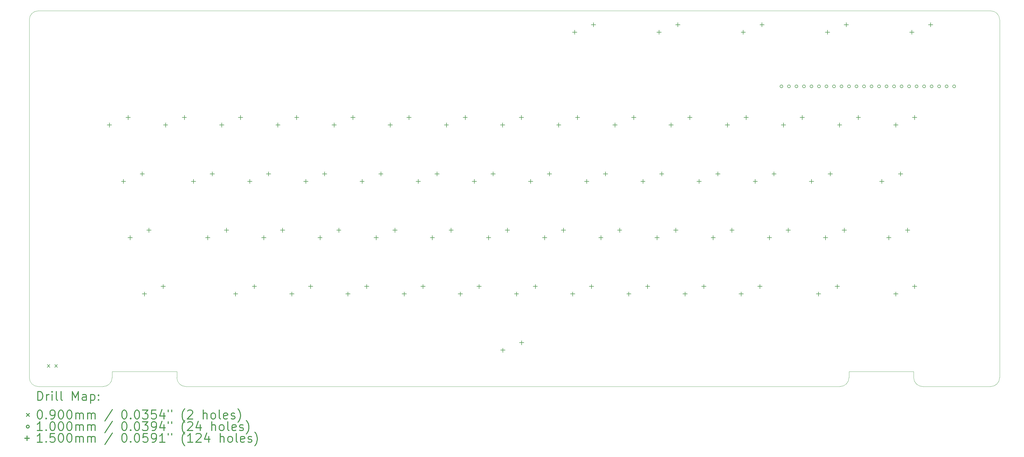
<source format=gbr>
%FSLAX45Y45*%
G04 Gerber Fmt 4.5, Leading zero omitted, Abs format (unit mm)*
G04 Created by KiCad (PCBNEW (5.1.10)-1) date 2021-07-11 17:05:41*
%MOMM*%
%LPD*%
G01*
G04 APERTURE LIST*
%TA.AperFunction,Profile*%
%ADD10C,0.050000*%
%TD*%
%ADD11C,0.200000*%
%ADD12C,0.300000*%
G04 APERTURE END LIST*
D10*
X32500000Y-15016000D02*
X34806000Y-15016000D01*
X32200000Y-14716000D02*
G75*
G03*
X32500000Y-15016000I300000J0D01*
G01*
X30010000Y-14506000D02*
X30010000Y-14716000D01*
X32200000Y-14506000D02*
X32200000Y-14716000D01*
X30010000Y-14506000D02*
X32200000Y-14506000D01*
X30010000Y-14716000D02*
G75*
G02*
X29710000Y-15016000I-300000J0D01*
G01*
X7576000Y-15016000D02*
X29710000Y-15016000D01*
X7276000Y-14506000D02*
X7276000Y-14716000D01*
X7276000Y-14716000D02*
G75*
G03*
X7576000Y-15016000I300000J0D01*
G01*
X5086000Y-14506000D02*
X7276000Y-14506000D01*
X5086000Y-14506000D02*
X5086000Y-14716000D01*
X5086000Y-14716000D02*
G75*
G02*
X4786000Y-15016000I-300000J0D01*
G01*
X2586000Y-15016000D02*
X4786000Y-15016000D01*
X35106000Y-14716000D02*
G75*
G02*
X34806000Y-15016000I-300000J0D01*
G01*
X34806000Y-2286000D02*
G75*
G02*
X35106000Y-2586000I0J-300000D01*
G01*
X2586000Y-15016000D02*
G75*
G02*
X2286000Y-14716000I0J300000D01*
G01*
X2286000Y-2586000D02*
G75*
G02*
X2586000Y-2286000I300000J0D01*
G01*
X35106000Y-2586000D02*
X35106000Y-14716000D01*
X2586000Y-2286000D02*
X34806000Y-2286000D01*
X2286000Y-2586000D02*
X2286000Y-14716000D01*
D11*
X2891000Y-14275000D02*
X2981000Y-14365000D01*
X2981000Y-14275000D02*
X2891000Y-14365000D01*
X3145000Y-14275000D02*
X3235000Y-14365000D01*
X3235000Y-14275000D02*
X3145000Y-14365000D01*
X27775000Y-4845000D02*
G75*
G03*
X27775000Y-4845000I-50000J0D01*
G01*
X28029000Y-4845000D02*
G75*
G03*
X28029000Y-4845000I-50000J0D01*
G01*
X28283000Y-4845000D02*
G75*
G03*
X28283000Y-4845000I-50000J0D01*
G01*
X28537000Y-4845000D02*
G75*
G03*
X28537000Y-4845000I-50000J0D01*
G01*
X28791000Y-4845000D02*
G75*
G03*
X28791000Y-4845000I-50000J0D01*
G01*
X29045000Y-4845000D02*
G75*
G03*
X29045000Y-4845000I-50000J0D01*
G01*
X29299000Y-4845000D02*
G75*
G03*
X29299000Y-4845000I-50000J0D01*
G01*
X29553000Y-4845000D02*
G75*
G03*
X29553000Y-4845000I-50000J0D01*
G01*
X29807000Y-4845000D02*
G75*
G03*
X29807000Y-4845000I-50000J0D01*
G01*
X30061000Y-4845000D02*
G75*
G03*
X30061000Y-4845000I-50000J0D01*
G01*
X30315000Y-4845000D02*
G75*
G03*
X30315000Y-4845000I-50000J0D01*
G01*
X30569000Y-4845000D02*
G75*
G03*
X30569000Y-4845000I-50000J0D01*
G01*
X30823000Y-4845000D02*
G75*
G03*
X30823000Y-4845000I-50000J0D01*
G01*
X31077000Y-4845000D02*
G75*
G03*
X31077000Y-4845000I-50000J0D01*
G01*
X31331000Y-4845000D02*
G75*
G03*
X31331000Y-4845000I-50000J0D01*
G01*
X31585000Y-4845000D02*
G75*
G03*
X31585000Y-4845000I-50000J0D01*
G01*
X31839000Y-4845000D02*
G75*
G03*
X31839000Y-4845000I-50000J0D01*
G01*
X32093000Y-4845000D02*
G75*
G03*
X32093000Y-4845000I-50000J0D01*
G01*
X32347000Y-4845000D02*
G75*
G03*
X32347000Y-4845000I-50000J0D01*
G01*
X32601000Y-4845000D02*
G75*
G03*
X32601000Y-4845000I-50000J0D01*
G01*
X32855000Y-4845000D02*
G75*
G03*
X32855000Y-4845000I-50000J0D01*
G01*
X33109000Y-4845000D02*
G75*
G03*
X33109000Y-4845000I-50000J0D01*
G01*
X33363000Y-4845000D02*
G75*
G03*
X33363000Y-4845000I-50000J0D01*
G01*
X33617000Y-4845000D02*
G75*
G03*
X33617000Y-4845000I-50000J0D01*
G01*
X4995000Y-6077000D02*
X4995000Y-6227000D01*
X4920000Y-6152000D02*
X5070000Y-6152000D01*
X5471000Y-7987000D02*
X5471000Y-8137000D01*
X5396000Y-8062000D02*
X5546000Y-8062000D01*
X5630000Y-5823000D02*
X5630000Y-5973000D01*
X5555000Y-5898000D02*
X5705000Y-5898000D01*
X5699000Y-9894000D02*
X5699000Y-10044000D01*
X5624000Y-9969000D02*
X5774000Y-9969000D01*
X6106000Y-7733000D02*
X6106000Y-7883000D01*
X6031000Y-7808000D02*
X6181000Y-7808000D01*
X6180000Y-11804000D02*
X6180000Y-11954000D01*
X6105000Y-11879000D02*
X6255000Y-11879000D01*
X6334000Y-9640000D02*
X6334000Y-9790000D01*
X6259000Y-9715000D02*
X6409000Y-9715000D01*
X6815000Y-11550000D02*
X6815000Y-11700000D01*
X6740000Y-11625000D02*
X6890000Y-11625000D01*
X6895000Y-6077000D02*
X6895000Y-6227000D01*
X6820000Y-6152000D02*
X6970000Y-6152000D01*
X7530000Y-5823000D02*
X7530000Y-5973000D01*
X7455000Y-5898000D02*
X7605000Y-5898000D01*
X7841000Y-7987000D02*
X7841000Y-8137000D01*
X7766000Y-8062000D02*
X7916000Y-8062000D01*
X8319000Y-9894000D02*
X8319000Y-10044000D01*
X8244000Y-9969000D02*
X8394000Y-9969000D01*
X8476000Y-7733000D02*
X8476000Y-7883000D01*
X8401000Y-7808000D02*
X8551000Y-7808000D01*
X8795000Y-6077000D02*
X8795000Y-6227000D01*
X8720000Y-6152000D02*
X8870000Y-6152000D01*
X8954000Y-9640000D02*
X8954000Y-9790000D01*
X8879000Y-9715000D02*
X9029000Y-9715000D01*
X9265000Y-11804000D02*
X9265000Y-11954000D01*
X9190000Y-11879000D02*
X9340000Y-11879000D01*
X9430000Y-5823000D02*
X9430000Y-5973000D01*
X9355000Y-5898000D02*
X9505000Y-5898000D01*
X9741000Y-7987000D02*
X9741000Y-8137000D01*
X9666000Y-8062000D02*
X9816000Y-8062000D01*
X9900000Y-11550000D02*
X9900000Y-11700000D01*
X9825000Y-11625000D02*
X9975000Y-11625000D01*
X10219000Y-9894000D02*
X10219000Y-10044000D01*
X10144000Y-9969000D02*
X10294000Y-9969000D01*
X10376000Y-7733000D02*
X10376000Y-7883000D01*
X10301000Y-7808000D02*
X10451000Y-7808000D01*
X10695000Y-6077000D02*
X10695000Y-6227000D01*
X10620000Y-6152000D02*
X10770000Y-6152000D01*
X10854000Y-9640000D02*
X10854000Y-9790000D01*
X10779000Y-9715000D02*
X10929000Y-9715000D01*
X11165000Y-11804000D02*
X11165000Y-11954000D01*
X11090000Y-11879000D02*
X11240000Y-11879000D01*
X11330000Y-5823000D02*
X11330000Y-5973000D01*
X11255000Y-5898000D02*
X11405000Y-5898000D01*
X11641000Y-7987000D02*
X11641000Y-8137000D01*
X11566000Y-8062000D02*
X11716000Y-8062000D01*
X11800000Y-11550000D02*
X11800000Y-11700000D01*
X11725000Y-11625000D02*
X11875000Y-11625000D01*
X12119000Y-9894000D02*
X12119000Y-10044000D01*
X12044000Y-9969000D02*
X12194000Y-9969000D01*
X12276000Y-7733000D02*
X12276000Y-7883000D01*
X12201000Y-7808000D02*
X12351000Y-7808000D01*
X12595000Y-6077000D02*
X12595000Y-6227000D01*
X12520000Y-6152000D02*
X12670000Y-6152000D01*
X12754000Y-9640000D02*
X12754000Y-9790000D01*
X12679000Y-9715000D02*
X12829000Y-9715000D01*
X13065000Y-11804000D02*
X13065000Y-11954000D01*
X12990000Y-11879000D02*
X13140000Y-11879000D01*
X13230000Y-5823000D02*
X13230000Y-5973000D01*
X13155000Y-5898000D02*
X13305000Y-5898000D01*
X13541000Y-7987000D02*
X13541000Y-8137000D01*
X13466000Y-8062000D02*
X13616000Y-8062000D01*
X13700000Y-11550000D02*
X13700000Y-11700000D01*
X13625000Y-11625000D02*
X13775000Y-11625000D01*
X14019000Y-9894000D02*
X14019000Y-10044000D01*
X13944000Y-9969000D02*
X14094000Y-9969000D01*
X14176000Y-7733000D02*
X14176000Y-7883000D01*
X14101000Y-7808000D02*
X14251000Y-7808000D01*
X14495000Y-6077000D02*
X14495000Y-6227000D01*
X14420000Y-6152000D02*
X14570000Y-6152000D01*
X14654000Y-9640000D02*
X14654000Y-9790000D01*
X14579000Y-9715000D02*
X14729000Y-9715000D01*
X14965000Y-11804000D02*
X14965000Y-11954000D01*
X14890000Y-11879000D02*
X15040000Y-11879000D01*
X15130000Y-5823000D02*
X15130000Y-5973000D01*
X15055000Y-5898000D02*
X15205000Y-5898000D01*
X15441000Y-7987000D02*
X15441000Y-8137000D01*
X15366000Y-8062000D02*
X15516000Y-8062000D01*
X15600000Y-11550000D02*
X15600000Y-11700000D01*
X15525000Y-11625000D02*
X15675000Y-11625000D01*
X15919000Y-9894000D02*
X15919000Y-10044000D01*
X15844000Y-9969000D02*
X15994000Y-9969000D01*
X16076000Y-7733000D02*
X16076000Y-7883000D01*
X16001000Y-7808000D02*
X16151000Y-7808000D01*
X16395000Y-6077000D02*
X16395000Y-6227000D01*
X16320000Y-6152000D02*
X16470000Y-6152000D01*
X16554000Y-9640000D02*
X16554000Y-9790000D01*
X16479000Y-9715000D02*
X16629000Y-9715000D01*
X16865000Y-11804000D02*
X16865000Y-11954000D01*
X16790000Y-11879000D02*
X16940000Y-11879000D01*
X17030000Y-5823000D02*
X17030000Y-5973000D01*
X16955000Y-5898000D02*
X17105000Y-5898000D01*
X17341000Y-7987000D02*
X17341000Y-8137000D01*
X17266000Y-8062000D02*
X17416000Y-8062000D01*
X17500000Y-11550000D02*
X17500000Y-11700000D01*
X17425000Y-11625000D02*
X17575000Y-11625000D01*
X17819000Y-9894000D02*
X17819000Y-10044000D01*
X17744000Y-9969000D02*
X17894000Y-9969000D01*
X17976000Y-7733000D02*
X17976000Y-7883000D01*
X17901000Y-7808000D02*
X18051000Y-7808000D01*
X18295000Y-6077000D02*
X18295000Y-6227000D01*
X18220000Y-6152000D02*
X18370000Y-6152000D01*
X18305000Y-13709000D02*
X18305000Y-13859000D01*
X18230000Y-13784000D02*
X18380000Y-13784000D01*
X18454000Y-9640000D02*
X18454000Y-9790000D01*
X18379000Y-9715000D02*
X18529000Y-9715000D01*
X18765000Y-11804000D02*
X18765000Y-11954000D01*
X18690000Y-11879000D02*
X18840000Y-11879000D01*
X18930000Y-5823000D02*
X18930000Y-5973000D01*
X18855000Y-5898000D02*
X19005000Y-5898000D01*
X18940000Y-13455000D02*
X18940000Y-13605000D01*
X18865000Y-13530000D02*
X19015000Y-13530000D01*
X19241000Y-7987000D02*
X19241000Y-8137000D01*
X19166000Y-8062000D02*
X19316000Y-8062000D01*
X19400000Y-11550000D02*
X19400000Y-11700000D01*
X19325000Y-11625000D02*
X19475000Y-11625000D01*
X19719000Y-9894000D02*
X19719000Y-10044000D01*
X19644000Y-9969000D02*
X19794000Y-9969000D01*
X19876000Y-7733000D02*
X19876000Y-7883000D01*
X19801000Y-7808000D02*
X19951000Y-7808000D01*
X20195000Y-6077000D02*
X20195000Y-6227000D01*
X20120000Y-6152000D02*
X20270000Y-6152000D01*
X20354000Y-9640000D02*
X20354000Y-9790000D01*
X20279000Y-9715000D02*
X20429000Y-9715000D01*
X20665000Y-11804000D02*
X20665000Y-11954000D01*
X20590000Y-11879000D02*
X20740000Y-11879000D01*
X20735000Y-2932000D02*
X20735000Y-3082000D01*
X20660000Y-3007000D02*
X20810000Y-3007000D01*
X20830000Y-5823000D02*
X20830000Y-5973000D01*
X20755000Y-5898000D02*
X20905000Y-5898000D01*
X21141000Y-7987000D02*
X21141000Y-8137000D01*
X21066000Y-8062000D02*
X21216000Y-8062000D01*
X21300000Y-11550000D02*
X21300000Y-11700000D01*
X21225000Y-11625000D02*
X21375000Y-11625000D01*
X21370000Y-2678000D02*
X21370000Y-2828000D01*
X21295000Y-2753000D02*
X21445000Y-2753000D01*
X21619000Y-9894000D02*
X21619000Y-10044000D01*
X21544000Y-9969000D02*
X21694000Y-9969000D01*
X21776000Y-7733000D02*
X21776000Y-7883000D01*
X21701000Y-7808000D02*
X21851000Y-7808000D01*
X22095000Y-6077000D02*
X22095000Y-6227000D01*
X22020000Y-6152000D02*
X22170000Y-6152000D01*
X22254000Y-9640000D02*
X22254000Y-9790000D01*
X22179000Y-9715000D02*
X22329000Y-9715000D01*
X22565000Y-11804000D02*
X22565000Y-11954000D01*
X22490000Y-11879000D02*
X22640000Y-11879000D01*
X22730000Y-5823000D02*
X22730000Y-5973000D01*
X22655000Y-5898000D02*
X22805000Y-5898000D01*
X23041000Y-7987000D02*
X23041000Y-8137000D01*
X22966000Y-8062000D02*
X23116000Y-8062000D01*
X23200000Y-11550000D02*
X23200000Y-11700000D01*
X23125000Y-11625000D02*
X23275000Y-11625000D01*
X23519000Y-9894000D02*
X23519000Y-10044000D01*
X23444000Y-9969000D02*
X23594000Y-9969000D01*
X23585000Y-2932000D02*
X23585000Y-3082000D01*
X23510000Y-3007000D02*
X23660000Y-3007000D01*
X23676000Y-7733000D02*
X23676000Y-7883000D01*
X23601000Y-7808000D02*
X23751000Y-7808000D01*
X23995000Y-6077000D02*
X23995000Y-6227000D01*
X23920000Y-6152000D02*
X24070000Y-6152000D01*
X24154000Y-9640000D02*
X24154000Y-9790000D01*
X24079000Y-9715000D02*
X24229000Y-9715000D01*
X24220000Y-2678000D02*
X24220000Y-2828000D01*
X24145000Y-2753000D02*
X24295000Y-2753000D01*
X24465000Y-11804000D02*
X24465000Y-11954000D01*
X24390000Y-11879000D02*
X24540000Y-11879000D01*
X24630000Y-5823000D02*
X24630000Y-5973000D01*
X24555000Y-5898000D02*
X24705000Y-5898000D01*
X24941000Y-7987000D02*
X24941000Y-8137000D01*
X24866000Y-8062000D02*
X25016000Y-8062000D01*
X25100000Y-11550000D02*
X25100000Y-11700000D01*
X25025000Y-11625000D02*
X25175000Y-11625000D01*
X25419000Y-9894000D02*
X25419000Y-10044000D01*
X25344000Y-9969000D02*
X25494000Y-9969000D01*
X25576000Y-7733000D02*
X25576000Y-7883000D01*
X25501000Y-7808000D02*
X25651000Y-7808000D01*
X25895000Y-6077000D02*
X25895000Y-6227000D01*
X25820000Y-6152000D02*
X25970000Y-6152000D01*
X26054000Y-9640000D02*
X26054000Y-9790000D01*
X25979000Y-9715000D02*
X26129000Y-9715000D01*
X26365000Y-11804000D02*
X26365000Y-11954000D01*
X26290000Y-11879000D02*
X26440000Y-11879000D01*
X26435000Y-2932000D02*
X26435000Y-3082000D01*
X26360000Y-3007000D02*
X26510000Y-3007000D01*
X26530000Y-5823000D02*
X26530000Y-5973000D01*
X26455000Y-5898000D02*
X26605000Y-5898000D01*
X26841000Y-7987000D02*
X26841000Y-8137000D01*
X26766000Y-8062000D02*
X26916000Y-8062000D01*
X27000000Y-11550000D02*
X27000000Y-11700000D01*
X26925000Y-11625000D02*
X27075000Y-11625000D01*
X27070000Y-2678000D02*
X27070000Y-2828000D01*
X26995000Y-2753000D02*
X27145000Y-2753000D01*
X27319000Y-9894000D02*
X27319000Y-10044000D01*
X27244000Y-9969000D02*
X27394000Y-9969000D01*
X27476000Y-7733000D02*
X27476000Y-7883000D01*
X27401000Y-7808000D02*
X27551000Y-7808000D01*
X27795000Y-6077000D02*
X27795000Y-6227000D01*
X27720000Y-6152000D02*
X27870000Y-6152000D01*
X27954000Y-9640000D02*
X27954000Y-9790000D01*
X27879000Y-9715000D02*
X28029000Y-9715000D01*
X28430000Y-5823000D02*
X28430000Y-5973000D01*
X28355000Y-5898000D02*
X28505000Y-5898000D01*
X28741000Y-7987000D02*
X28741000Y-8137000D01*
X28666000Y-8062000D02*
X28816000Y-8062000D01*
X28977500Y-11804000D02*
X28977500Y-11954000D01*
X28902500Y-11879000D02*
X29052500Y-11879000D01*
X29219000Y-9894000D02*
X29219000Y-10044000D01*
X29144000Y-9969000D02*
X29294000Y-9969000D01*
X29285000Y-2932000D02*
X29285000Y-3082000D01*
X29210000Y-3007000D02*
X29360000Y-3007000D01*
X29376000Y-7733000D02*
X29376000Y-7883000D01*
X29301000Y-7808000D02*
X29451000Y-7808000D01*
X29612500Y-11550000D02*
X29612500Y-11700000D01*
X29537500Y-11625000D02*
X29687500Y-11625000D01*
X29695000Y-6077000D02*
X29695000Y-6227000D01*
X29620000Y-6152000D02*
X29770000Y-6152000D01*
X29854000Y-9640000D02*
X29854000Y-9790000D01*
X29779000Y-9715000D02*
X29929000Y-9715000D01*
X29920000Y-2678000D02*
X29920000Y-2828000D01*
X29845000Y-2753000D02*
X29995000Y-2753000D01*
X30330000Y-5823000D02*
X30330000Y-5973000D01*
X30255000Y-5898000D02*
X30405000Y-5898000D01*
X31121000Y-7987000D02*
X31121000Y-8137000D01*
X31046000Y-8062000D02*
X31196000Y-8062000D01*
X31359000Y-9894000D02*
X31359000Y-10044000D01*
X31284000Y-9969000D02*
X31434000Y-9969000D01*
X31595000Y-6077000D02*
X31595000Y-6227000D01*
X31520000Y-6152000D02*
X31670000Y-6152000D01*
X31595000Y-11804000D02*
X31595000Y-11954000D01*
X31520000Y-11879000D02*
X31670000Y-11879000D01*
X31756000Y-7733000D02*
X31756000Y-7883000D01*
X31681000Y-7808000D02*
X31831000Y-7808000D01*
X31994000Y-9640000D02*
X31994000Y-9790000D01*
X31919000Y-9715000D02*
X32069000Y-9715000D01*
X32135000Y-2932000D02*
X32135000Y-3082000D01*
X32060000Y-3007000D02*
X32210000Y-3007000D01*
X32230000Y-5823000D02*
X32230000Y-5973000D01*
X32155000Y-5898000D02*
X32305000Y-5898000D01*
X32230000Y-11550000D02*
X32230000Y-11700000D01*
X32155000Y-11625000D02*
X32305000Y-11625000D01*
X32770000Y-2678000D02*
X32770000Y-2828000D01*
X32695000Y-2753000D02*
X32845000Y-2753000D01*
D12*
X2569928Y-15484214D02*
X2569928Y-15184214D01*
X2641357Y-15184214D01*
X2684214Y-15198500D01*
X2712786Y-15227071D01*
X2727071Y-15255643D01*
X2741357Y-15312786D01*
X2741357Y-15355643D01*
X2727071Y-15412786D01*
X2712786Y-15441357D01*
X2684214Y-15469929D01*
X2641357Y-15484214D01*
X2569928Y-15484214D01*
X2869928Y-15484214D02*
X2869928Y-15284214D01*
X2869928Y-15341357D02*
X2884214Y-15312786D01*
X2898500Y-15298500D01*
X2927071Y-15284214D01*
X2955643Y-15284214D01*
X3055643Y-15484214D02*
X3055643Y-15284214D01*
X3055643Y-15184214D02*
X3041357Y-15198500D01*
X3055643Y-15212786D01*
X3069928Y-15198500D01*
X3055643Y-15184214D01*
X3055643Y-15212786D01*
X3241357Y-15484214D02*
X3212786Y-15469929D01*
X3198500Y-15441357D01*
X3198500Y-15184214D01*
X3398500Y-15484214D02*
X3369928Y-15469929D01*
X3355643Y-15441357D01*
X3355643Y-15184214D01*
X3741357Y-15484214D02*
X3741357Y-15184214D01*
X3841357Y-15398500D01*
X3941357Y-15184214D01*
X3941357Y-15484214D01*
X4212786Y-15484214D02*
X4212786Y-15327071D01*
X4198500Y-15298500D01*
X4169928Y-15284214D01*
X4112786Y-15284214D01*
X4084214Y-15298500D01*
X4212786Y-15469929D02*
X4184214Y-15484214D01*
X4112786Y-15484214D01*
X4084214Y-15469929D01*
X4069928Y-15441357D01*
X4069928Y-15412786D01*
X4084214Y-15384214D01*
X4112786Y-15369929D01*
X4184214Y-15369929D01*
X4212786Y-15355643D01*
X4355643Y-15284214D02*
X4355643Y-15584214D01*
X4355643Y-15298500D02*
X4384214Y-15284214D01*
X4441357Y-15284214D01*
X4469928Y-15298500D01*
X4484214Y-15312786D01*
X4498500Y-15341357D01*
X4498500Y-15427071D01*
X4484214Y-15455643D01*
X4469928Y-15469929D01*
X4441357Y-15484214D01*
X4384214Y-15484214D01*
X4355643Y-15469929D01*
X4627071Y-15455643D02*
X4641357Y-15469929D01*
X4627071Y-15484214D01*
X4612786Y-15469929D01*
X4627071Y-15455643D01*
X4627071Y-15484214D01*
X4627071Y-15298500D02*
X4641357Y-15312786D01*
X4627071Y-15327071D01*
X4612786Y-15312786D01*
X4627071Y-15298500D01*
X4627071Y-15327071D01*
X2193500Y-15933500D02*
X2283500Y-16023500D01*
X2283500Y-15933500D02*
X2193500Y-16023500D01*
X2627071Y-15814214D02*
X2655643Y-15814214D01*
X2684214Y-15828500D01*
X2698500Y-15842786D01*
X2712786Y-15871357D01*
X2727071Y-15928500D01*
X2727071Y-15999929D01*
X2712786Y-16057071D01*
X2698500Y-16085643D01*
X2684214Y-16099929D01*
X2655643Y-16114214D01*
X2627071Y-16114214D01*
X2598500Y-16099929D01*
X2584214Y-16085643D01*
X2569928Y-16057071D01*
X2555643Y-15999929D01*
X2555643Y-15928500D01*
X2569928Y-15871357D01*
X2584214Y-15842786D01*
X2598500Y-15828500D01*
X2627071Y-15814214D01*
X2855643Y-16085643D02*
X2869928Y-16099929D01*
X2855643Y-16114214D01*
X2841357Y-16099929D01*
X2855643Y-16085643D01*
X2855643Y-16114214D01*
X3012786Y-16114214D02*
X3069928Y-16114214D01*
X3098500Y-16099929D01*
X3112786Y-16085643D01*
X3141357Y-16042786D01*
X3155643Y-15985643D01*
X3155643Y-15871357D01*
X3141357Y-15842786D01*
X3127071Y-15828500D01*
X3098500Y-15814214D01*
X3041357Y-15814214D01*
X3012786Y-15828500D01*
X2998500Y-15842786D01*
X2984214Y-15871357D01*
X2984214Y-15942786D01*
X2998500Y-15971357D01*
X3012786Y-15985643D01*
X3041357Y-15999929D01*
X3098500Y-15999929D01*
X3127071Y-15985643D01*
X3141357Y-15971357D01*
X3155643Y-15942786D01*
X3341357Y-15814214D02*
X3369928Y-15814214D01*
X3398500Y-15828500D01*
X3412786Y-15842786D01*
X3427071Y-15871357D01*
X3441357Y-15928500D01*
X3441357Y-15999929D01*
X3427071Y-16057071D01*
X3412786Y-16085643D01*
X3398500Y-16099929D01*
X3369928Y-16114214D01*
X3341357Y-16114214D01*
X3312786Y-16099929D01*
X3298500Y-16085643D01*
X3284214Y-16057071D01*
X3269928Y-15999929D01*
X3269928Y-15928500D01*
X3284214Y-15871357D01*
X3298500Y-15842786D01*
X3312786Y-15828500D01*
X3341357Y-15814214D01*
X3627071Y-15814214D02*
X3655643Y-15814214D01*
X3684214Y-15828500D01*
X3698500Y-15842786D01*
X3712786Y-15871357D01*
X3727071Y-15928500D01*
X3727071Y-15999929D01*
X3712786Y-16057071D01*
X3698500Y-16085643D01*
X3684214Y-16099929D01*
X3655643Y-16114214D01*
X3627071Y-16114214D01*
X3598500Y-16099929D01*
X3584214Y-16085643D01*
X3569928Y-16057071D01*
X3555643Y-15999929D01*
X3555643Y-15928500D01*
X3569928Y-15871357D01*
X3584214Y-15842786D01*
X3598500Y-15828500D01*
X3627071Y-15814214D01*
X3855643Y-16114214D02*
X3855643Y-15914214D01*
X3855643Y-15942786D02*
X3869928Y-15928500D01*
X3898500Y-15914214D01*
X3941357Y-15914214D01*
X3969928Y-15928500D01*
X3984214Y-15957071D01*
X3984214Y-16114214D01*
X3984214Y-15957071D02*
X3998500Y-15928500D01*
X4027071Y-15914214D01*
X4069928Y-15914214D01*
X4098500Y-15928500D01*
X4112786Y-15957071D01*
X4112786Y-16114214D01*
X4255643Y-16114214D02*
X4255643Y-15914214D01*
X4255643Y-15942786D02*
X4269928Y-15928500D01*
X4298500Y-15914214D01*
X4341357Y-15914214D01*
X4369928Y-15928500D01*
X4384214Y-15957071D01*
X4384214Y-16114214D01*
X4384214Y-15957071D02*
X4398500Y-15928500D01*
X4427071Y-15914214D01*
X4469928Y-15914214D01*
X4498500Y-15928500D01*
X4512786Y-15957071D01*
X4512786Y-16114214D01*
X5098500Y-15799929D02*
X4841357Y-16185643D01*
X5484214Y-15814214D02*
X5512786Y-15814214D01*
X5541357Y-15828500D01*
X5555643Y-15842786D01*
X5569928Y-15871357D01*
X5584214Y-15928500D01*
X5584214Y-15999929D01*
X5569928Y-16057071D01*
X5555643Y-16085643D01*
X5541357Y-16099929D01*
X5512786Y-16114214D01*
X5484214Y-16114214D01*
X5455643Y-16099929D01*
X5441357Y-16085643D01*
X5427071Y-16057071D01*
X5412786Y-15999929D01*
X5412786Y-15928500D01*
X5427071Y-15871357D01*
X5441357Y-15842786D01*
X5455643Y-15828500D01*
X5484214Y-15814214D01*
X5712786Y-16085643D02*
X5727071Y-16099929D01*
X5712786Y-16114214D01*
X5698500Y-16099929D01*
X5712786Y-16085643D01*
X5712786Y-16114214D01*
X5912786Y-15814214D02*
X5941357Y-15814214D01*
X5969928Y-15828500D01*
X5984214Y-15842786D01*
X5998500Y-15871357D01*
X6012786Y-15928500D01*
X6012786Y-15999929D01*
X5998500Y-16057071D01*
X5984214Y-16085643D01*
X5969928Y-16099929D01*
X5941357Y-16114214D01*
X5912786Y-16114214D01*
X5884214Y-16099929D01*
X5869928Y-16085643D01*
X5855643Y-16057071D01*
X5841357Y-15999929D01*
X5841357Y-15928500D01*
X5855643Y-15871357D01*
X5869928Y-15842786D01*
X5884214Y-15828500D01*
X5912786Y-15814214D01*
X6112786Y-15814214D02*
X6298500Y-15814214D01*
X6198500Y-15928500D01*
X6241357Y-15928500D01*
X6269928Y-15942786D01*
X6284214Y-15957071D01*
X6298500Y-15985643D01*
X6298500Y-16057071D01*
X6284214Y-16085643D01*
X6269928Y-16099929D01*
X6241357Y-16114214D01*
X6155643Y-16114214D01*
X6127071Y-16099929D01*
X6112786Y-16085643D01*
X6569928Y-15814214D02*
X6427071Y-15814214D01*
X6412786Y-15957071D01*
X6427071Y-15942786D01*
X6455643Y-15928500D01*
X6527071Y-15928500D01*
X6555643Y-15942786D01*
X6569928Y-15957071D01*
X6584214Y-15985643D01*
X6584214Y-16057071D01*
X6569928Y-16085643D01*
X6555643Y-16099929D01*
X6527071Y-16114214D01*
X6455643Y-16114214D01*
X6427071Y-16099929D01*
X6412786Y-16085643D01*
X6841357Y-15914214D02*
X6841357Y-16114214D01*
X6769928Y-15799929D02*
X6698500Y-16014214D01*
X6884214Y-16014214D01*
X6984214Y-15814214D02*
X6984214Y-15871357D01*
X7098500Y-15814214D02*
X7098500Y-15871357D01*
X7541357Y-16228500D02*
X7527071Y-16214214D01*
X7498500Y-16171357D01*
X7484214Y-16142786D01*
X7469928Y-16099929D01*
X7455643Y-16028500D01*
X7455643Y-15971357D01*
X7469928Y-15899929D01*
X7484214Y-15857071D01*
X7498500Y-15828500D01*
X7527071Y-15785643D01*
X7541357Y-15771357D01*
X7641357Y-15842786D02*
X7655643Y-15828500D01*
X7684214Y-15814214D01*
X7755643Y-15814214D01*
X7784214Y-15828500D01*
X7798500Y-15842786D01*
X7812786Y-15871357D01*
X7812786Y-15899929D01*
X7798500Y-15942786D01*
X7627071Y-16114214D01*
X7812786Y-16114214D01*
X8169928Y-16114214D02*
X8169928Y-15814214D01*
X8298500Y-16114214D02*
X8298500Y-15957071D01*
X8284214Y-15928500D01*
X8255643Y-15914214D01*
X8212786Y-15914214D01*
X8184214Y-15928500D01*
X8169928Y-15942786D01*
X8484214Y-16114214D02*
X8455643Y-16099929D01*
X8441357Y-16085643D01*
X8427071Y-16057071D01*
X8427071Y-15971357D01*
X8441357Y-15942786D01*
X8455643Y-15928500D01*
X8484214Y-15914214D01*
X8527071Y-15914214D01*
X8555643Y-15928500D01*
X8569928Y-15942786D01*
X8584214Y-15971357D01*
X8584214Y-16057071D01*
X8569928Y-16085643D01*
X8555643Y-16099929D01*
X8527071Y-16114214D01*
X8484214Y-16114214D01*
X8755643Y-16114214D02*
X8727071Y-16099929D01*
X8712786Y-16071357D01*
X8712786Y-15814214D01*
X8984214Y-16099929D02*
X8955643Y-16114214D01*
X8898500Y-16114214D01*
X8869928Y-16099929D01*
X8855643Y-16071357D01*
X8855643Y-15957071D01*
X8869928Y-15928500D01*
X8898500Y-15914214D01*
X8955643Y-15914214D01*
X8984214Y-15928500D01*
X8998500Y-15957071D01*
X8998500Y-15985643D01*
X8855643Y-16014214D01*
X9112786Y-16099929D02*
X9141357Y-16114214D01*
X9198500Y-16114214D01*
X9227071Y-16099929D01*
X9241357Y-16071357D01*
X9241357Y-16057071D01*
X9227071Y-16028500D01*
X9198500Y-16014214D01*
X9155643Y-16014214D01*
X9127071Y-15999929D01*
X9112786Y-15971357D01*
X9112786Y-15957071D01*
X9127071Y-15928500D01*
X9155643Y-15914214D01*
X9198500Y-15914214D01*
X9227071Y-15928500D01*
X9341357Y-16228500D02*
X9355643Y-16214214D01*
X9384214Y-16171357D01*
X9398500Y-16142786D01*
X9412786Y-16099929D01*
X9427071Y-16028500D01*
X9427071Y-15971357D01*
X9412786Y-15899929D01*
X9398500Y-15857071D01*
X9384214Y-15828500D01*
X9355643Y-15785643D01*
X9341357Y-15771357D01*
X2283500Y-16374500D02*
G75*
G03*
X2283500Y-16374500I-50000J0D01*
G01*
X2727071Y-16510214D02*
X2555643Y-16510214D01*
X2641357Y-16510214D02*
X2641357Y-16210214D01*
X2612786Y-16253071D01*
X2584214Y-16281643D01*
X2555643Y-16295929D01*
X2855643Y-16481643D02*
X2869928Y-16495929D01*
X2855643Y-16510214D01*
X2841357Y-16495929D01*
X2855643Y-16481643D01*
X2855643Y-16510214D01*
X3055643Y-16210214D02*
X3084214Y-16210214D01*
X3112786Y-16224500D01*
X3127071Y-16238786D01*
X3141357Y-16267357D01*
X3155643Y-16324500D01*
X3155643Y-16395929D01*
X3141357Y-16453071D01*
X3127071Y-16481643D01*
X3112786Y-16495929D01*
X3084214Y-16510214D01*
X3055643Y-16510214D01*
X3027071Y-16495929D01*
X3012786Y-16481643D01*
X2998500Y-16453071D01*
X2984214Y-16395929D01*
X2984214Y-16324500D01*
X2998500Y-16267357D01*
X3012786Y-16238786D01*
X3027071Y-16224500D01*
X3055643Y-16210214D01*
X3341357Y-16210214D02*
X3369928Y-16210214D01*
X3398500Y-16224500D01*
X3412786Y-16238786D01*
X3427071Y-16267357D01*
X3441357Y-16324500D01*
X3441357Y-16395929D01*
X3427071Y-16453071D01*
X3412786Y-16481643D01*
X3398500Y-16495929D01*
X3369928Y-16510214D01*
X3341357Y-16510214D01*
X3312786Y-16495929D01*
X3298500Y-16481643D01*
X3284214Y-16453071D01*
X3269928Y-16395929D01*
X3269928Y-16324500D01*
X3284214Y-16267357D01*
X3298500Y-16238786D01*
X3312786Y-16224500D01*
X3341357Y-16210214D01*
X3627071Y-16210214D02*
X3655643Y-16210214D01*
X3684214Y-16224500D01*
X3698500Y-16238786D01*
X3712786Y-16267357D01*
X3727071Y-16324500D01*
X3727071Y-16395929D01*
X3712786Y-16453071D01*
X3698500Y-16481643D01*
X3684214Y-16495929D01*
X3655643Y-16510214D01*
X3627071Y-16510214D01*
X3598500Y-16495929D01*
X3584214Y-16481643D01*
X3569928Y-16453071D01*
X3555643Y-16395929D01*
X3555643Y-16324500D01*
X3569928Y-16267357D01*
X3584214Y-16238786D01*
X3598500Y-16224500D01*
X3627071Y-16210214D01*
X3855643Y-16510214D02*
X3855643Y-16310214D01*
X3855643Y-16338786D02*
X3869928Y-16324500D01*
X3898500Y-16310214D01*
X3941357Y-16310214D01*
X3969928Y-16324500D01*
X3984214Y-16353071D01*
X3984214Y-16510214D01*
X3984214Y-16353071D02*
X3998500Y-16324500D01*
X4027071Y-16310214D01*
X4069928Y-16310214D01*
X4098500Y-16324500D01*
X4112786Y-16353071D01*
X4112786Y-16510214D01*
X4255643Y-16510214D02*
X4255643Y-16310214D01*
X4255643Y-16338786D02*
X4269928Y-16324500D01*
X4298500Y-16310214D01*
X4341357Y-16310214D01*
X4369928Y-16324500D01*
X4384214Y-16353071D01*
X4384214Y-16510214D01*
X4384214Y-16353071D02*
X4398500Y-16324500D01*
X4427071Y-16310214D01*
X4469928Y-16310214D01*
X4498500Y-16324500D01*
X4512786Y-16353071D01*
X4512786Y-16510214D01*
X5098500Y-16195929D02*
X4841357Y-16581643D01*
X5484214Y-16210214D02*
X5512786Y-16210214D01*
X5541357Y-16224500D01*
X5555643Y-16238786D01*
X5569928Y-16267357D01*
X5584214Y-16324500D01*
X5584214Y-16395929D01*
X5569928Y-16453071D01*
X5555643Y-16481643D01*
X5541357Y-16495929D01*
X5512786Y-16510214D01*
X5484214Y-16510214D01*
X5455643Y-16495929D01*
X5441357Y-16481643D01*
X5427071Y-16453071D01*
X5412786Y-16395929D01*
X5412786Y-16324500D01*
X5427071Y-16267357D01*
X5441357Y-16238786D01*
X5455643Y-16224500D01*
X5484214Y-16210214D01*
X5712786Y-16481643D02*
X5727071Y-16495929D01*
X5712786Y-16510214D01*
X5698500Y-16495929D01*
X5712786Y-16481643D01*
X5712786Y-16510214D01*
X5912786Y-16210214D02*
X5941357Y-16210214D01*
X5969928Y-16224500D01*
X5984214Y-16238786D01*
X5998500Y-16267357D01*
X6012786Y-16324500D01*
X6012786Y-16395929D01*
X5998500Y-16453071D01*
X5984214Y-16481643D01*
X5969928Y-16495929D01*
X5941357Y-16510214D01*
X5912786Y-16510214D01*
X5884214Y-16495929D01*
X5869928Y-16481643D01*
X5855643Y-16453071D01*
X5841357Y-16395929D01*
X5841357Y-16324500D01*
X5855643Y-16267357D01*
X5869928Y-16238786D01*
X5884214Y-16224500D01*
X5912786Y-16210214D01*
X6112786Y-16210214D02*
X6298500Y-16210214D01*
X6198500Y-16324500D01*
X6241357Y-16324500D01*
X6269928Y-16338786D01*
X6284214Y-16353071D01*
X6298500Y-16381643D01*
X6298500Y-16453071D01*
X6284214Y-16481643D01*
X6269928Y-16495929D01*
X6241357Y-16510214D01*
X6155643Y-16510214D01*
X6127071Y-16495929D01*
X6112786Y-16481643D01*
X6441357Y-16510214D02*
X6498500Y-16510214D01*
X6527071Y-16495929D01*
X6541357Y-16481643D01*
X6569928Y-16438786D01*
X6584214Y-16381643D01*
X6584214Y-16267357D01*
X6569928Y-16238786D01*
X6555643Y-16224500D01*
X6527071Y-16210214D01*
X6469928Y-16210214D01*
X6441357Y-16224500D01*
X6427071Y-16238786D01*
X6412786Y-16267357D01*
X6412786Y-16338786D01*
X6427071Y-16367357D01*
X6441357Y-16381643D01*
X6469928Y-16395929D01*
X6527071Y-16395929D01*
X6555643Y-16381643D01*
X6569928Y-16367357D01*
X6584214Y-16338786D01*
X6841357Y-16310214D02*
X6841357Y-16510214D01*
X6769928Y-16195929D02*
X6698500Y-16410214D01*
X6884214Y-16410214D01*
X6984214Y-16210214D02*
X6984214Y-16267357D01*
X7098500Y-16210214D02*
X7098500Y-16267357D01*
X7541357Y-16624500D02*
X7527071Y-16610214D01*
X7498500Y-16567357D01*
X7484214Y-16538786D01*
X7469928Y-16495929D01*
X7455643Y-16424500D01*
X7455643Y-16367357D01*
X7469928Y-16295929D01*
X7484214Y-16253071D01*
X7498500Y-16224500D01*
X7527071Y-16181643D01*
X7541357Y-16167357D01*
X7641357Y-16238786D02*
X7655643Y-16224500D01*
X7684214Y-16210214D01*
X7755643Y-16210214D01*
X7784214Y-16224500D01*
X7798500Y-16238786D01*
X7812786Y-16267357D01*
X7812786Y-16295929D01*
X7798500Y-16338786D01*
X7627071Y-16510214D01*
X7812786Y-16510214D01*
X8069928Y-16310214D02*
X8069928Y-16510214D01*
X7998500Y-16195929D02*
X7927071Y-16410214D01*
X8112786Y-16410214D01*
X8455643Y-16510214D02*
X8455643Y-16210214D01*
X8584214Y-16510214D02*
X8584214Y-16353071D01*
X8569928Y-16324500D01*
X8541357Y-16310214D01*
X8498500Y-16310214D01*
X8469928Y-16324500D01*
X8455643Y-16338786D01*
X8769928Y-16510214D02*
X8741357Y-16495929D01*
X8727071Y-16481643D01*
X8712786Y-16453071D01*
X8712786Y-16367357D01*
X8727071Y-16338786D01*
X8741357Y-16324500D01*
X8769928Y-16310214D01*
X8812786Y-16310214D01*
X8841357Y-16324500D01*
X8855643Y-16338786D01*
X8869928Y-16367357D01*
X8869928Y-16453071D01*
X8855643Y-16481643D01*
X8841357Y-16495929D01*
X8812786Y-16510214D01*
X8769928Y-16510214D01*
X9041357Y-16510214D02*
X9012786Y-16495929D01*
X8998500Y-16467357D01*
X8998500Y-16210214D01*
X9269928Y-16495929D02*
X9241357Y-16510214D01*
X9184214Y-16510214D01*
X9155643Y-16495929D01*
X9141357Y-16467357D01*
X9141357Y-16353071D01*
X9155643Y-16324500D01*
X9184214Y-16310214D01*
X9241357Y-16310214D01*
X9269928Y-16324500D01*
X9284214Y-16353071D01*
X9284214Y-16381643D01*
X9141357Y-16410214D01*
X9398500Y-16495929D02*
X9427071Y-16510214D01*
X9484214Y-16510214D01*
X9512786Y-16495929D01*
X9527071Y-16467357D01*
X9527071Y-16453071D01*
X9512786Y-16424500D01*
X9484214Y-16410214D01*
X9441357Y-16410214D01*
X9412786Y-16395929D01*
X9398500Y-16367357D01*
X9398500Y-16353071D01*
X9412786Y-16324500D01*
X9441357Y-16310214D01*
X9484214Y-16310214D01*
X9512786Y-16324500D01*
X9627071Y-16624500D02*
X9641357Y-16610214D01*
X9669928Y-16567357D01*
X9684214Y-16538786D01*
X9698500Y-16495929D01*
X9712786Y-16424500D01*
X9712786Y-16367357D01*
X9698500Y-16295929D01*
X9684214Y-16253071D01*
X9669928Y-16224500D01*
X9641357Y-16181643D01*
X9627071Y-16167357D01*
X2208500Y-16695500D02*
X2208500Y-16845500D01*
X2133500Y-16770500D02*
X2283500Y-16770500D01*
X2727071Y-16906214D02*
X2555643Y-16906214D01*
X2641357Y-16906214D02*
X2641357Y-16606214D01*
X2612786Y-16649071D01*
X2584214Y-16677643D01*
X2555643Y-16691929D01*
X2855643Y-16877643D02*
X2869928Y-16891929D01*
X2855643Y-16906214D01*
X2841357Y-16891929D01*
X2855643Y-16877643D01*
X2855643Y-16906214D01*
X3141357Y-16606214D02*
X2998500Y-16606214D01*
X2984214Y-16749071D01*
X2998500Y-16734786D01*
X3027071Y-16720500D01*
X3098500Y-16720500D01*
X3127071Y-16734786D01*
X3141357Y-16749071D01*
X3155643Y-16777643D01*
X3155643Y-16849072D01*
X3141357Y-16877643D01*
X3127071Y-16891929D01*
X3098500Y-16906214D01*
X3027071Y-16906214D01*
X2998500Y-16891929D01*
X2984214Y-16877643D01*
X3341357Y-16606214D02*
X3369928Y-16606214D01*
X3398500Y-16620500D01*
X3412786Y-16634786D01*
X3427071Y-16663357D01*
X3441357Y-16720500D01*
X3441357Y-16791929D01*
X3427071Y-16849072D01*
X3412786Y-16877643D01*
X3398500Y-16891929D01*
X3369928Y-16906214D01*
X3341357Y-16906214D01*
X3312786Y-16891929D01*
X3298500Y-16877643D01*
X3284214Y-16849072D01*
X3269928Y-16791929D01*
X3269928Y-16720500D01*
X3284214Y-16663357D01*
X3298500Y-16634786D01*
X3312786Y-16620500D01*
X3341357Y-16606214D01*
X3627071Y-16606214D02*
X3655643Y-16606214D01*
X3684214Y-16620500D01*
X3698500Y-16634786D01*
X3712786Y-16663357D01*
X3727071Y-16720500D01*
X3727071Y-16791929D01*
X3712786Y-16849072D01*
X3698500Y-16877643D01*
X3684214Y-16891929D01*
X3655643Y-16906214D01*
X3627071Y-16906214D01*
X3598500Y-16891929D01*
X3584214Y-16877643D01*
X3569928Y-16849072D01*
X3555643Y-16791929D01*
X3555643Y-16720500D01*
X3569928Y-16663357D01*
X3584214Y-16634786D01*
X3598500Y-16620500D01*
X3627071Y-16606214D01*
X3855643Y-16906214D02*
X3855643Y-16706214D01*
X3855643Y-16734786D02*
X3869928Y-16720500D01*
X3898500Y-16706214D01*
X3941357Y-16706214D01*
X3969928Y-16720500D01*
X3984214Y-16749071D01*
X3984214Y-16906214D01*
X3984214Y-16749071D02*
X3998500Y-16720500D01*
X4027071Y-16706214D01*
X4069928Y-16706214D01*
X4098500Y-16720500D01*
X4112786Y-16749071D01*
X4112786Y-16906214D01*
X4255643Y-16906214D02*
X4255643Y-16706214D01*
X4255643Y-16734786D02*
X4269928Y-16720500D01*
X4298500Y-16706214D01*
X4341357Y-16706214D01*
X4369928Y-16720500D01*
X4384214Y-16749071D01*
X4384214Y-16906214D01*
X4384214Y-16749071D02*
X4398500Y-16720500D01*
X4427071Y-16706214D01*
X4469928Y-16706214D01*
X4498500Y-16720500D01*
X4512786Y-16749071D01*
X4512786Y-16906214D01*
X5098500Y-16591929D02*
X4841357Y-16977643D01*
X5484214Y-16606214D02*
X5512786Y-16606214D01*
X5541357Y-16620500D01*
X5555643Y-16634786D01*
X5569928Y-16663357D01*
X5584214Y-16720500D01*
X5584214Y-16791929D01*
X5569928Y-16849072D01*
X5555643Y-16877643D01*
X5541357Y-16891929D01*
X5512786Y-16906214D01*
X5484214Y-16906214D01*
X5455643Y-16891929D01*
X5441357Y-16877643D01*
X5427071Y-16849072D01*
X5412786Y-16791929D01*
X5412786Y-16720500D01*
X5427071Y-16663357D01*
X5441357Y-16634786D01*
X5455643Y-16620500D01*
X5484214Y-16606214D01*
X5712786Y-16877643D02*
X5727071Y-16891929D01*
X5712786Y-16906214D01*
X5698500Y-16891929D01*
X5712786Y-16877643D01*
X5712786Y-16906214D01*
X5912786Y-16606214D02*
X5941357Y-16606214D01*
X5969928Y-16620500D01*
X5984214Y-16634786D01*
X5998500Y-16663357D01*
X6012786Y-16720500D01*
X6012786Y-16791929D01*
X5998500Y-16849072D01*
X5984214Y-16877643D01*
X5969928Y-16891929D01*
X5941357Y-16906214D01*
X5912786Y-16906214D01*
X5884214Y-16891929D01*
X5869928Y-16877643D01*
X5855643Y-16849072D01*
X5841357Y-16791929D01*
X5841357Y-16720500D01*
X5855643Y-16663357D01*
X5869928Y-16634786D01*
X5884214Y-16620500D01*
X5912786Y-16606214D01*
X6284214Y-16606214D02*
X6141357Y-16606214D01*
X6127071Y-16749071D01*
X6141357Y-16734786D01*
X6169928Y-16720500D01*
X6241357Y-16720500D01*
X6269928Y-16734786D01*
X6284214Y-16749071D01*
X6298500Y-16777643D01*
X6298500Y-16849072D01*
X6284214Y-16877643D01*
X6269928Y-16891929D01*
X6241357Y-16906214D01*
X6169928Y-16906214D01*
X6141357Y-16891929D01*
X6127071Y-16877643D01*
X6441357Y-16906214D02*
X6498500Y-16906214D01*
X6527071Y-16891929D01*
X6541357Y-16877643D01*
X6569928Y-16834786D01*
X6584214Y-16777643D01*
X6584214Y-16663357D01*
X6569928Y-16634786D01*
X6555643Y-16620500D01*
X6527071Y-16606214D01*
X6469928Y-16606214D01*
X6441357Y-16620500D01*
X6427071Y-16634786D01*
X6412786Y-16663357D01*
X6412786Y-16734786D01*
X6427071Y-16763357D01*
X6441357Y-16777643D01*
X6469928Y-16791929D01*
X6527071Y-16791929D01*
X6555643Y-16777643D01*
X6569928Y-16763357D01*
X6584214Y-16734786D01*
X6869928Y-16906214D02*
X6698500Y-16906214D01*
X6784214Y-16906214D02*
X6784214Y-16606214D01*
X6755643Y-16649071D01*
X6727071Y-16677643D01*
X6698500Y-16691929D01*
X6984214Y-16606214D02*
X6984214Y-16663357D01*
X7098500Y-16606214D02*
X7098500Y-16663357D01*
X7541357Y-17020500D02*
X7527071Y-17006214D01*
X7498500Y-16963357D01*
X7484214Y-16934786D01*
X7469928Y-16891929D01*
X7455643Y-16820500D01*
X7455643Y-16763357D01*
X7469928Y-16691929D01*
X7484214Y-16649071D01*
X7498500Y-16620500D01*
X7527071Y-16577643D01*
X7541357Y-16563357D01*
X7812786Y-16906214D02*
X7641357Y-16906214D01*
X7727071Y-16906214D02*
X7727071Y-16606214D01*
X7698500Y-16649071D01*
X7669928Y-16677643D01*
X7641357Y-16691929D01*
X7927071Y-16634786D02*
X7941357Y-16620500D01*
X7969928Y-16606214D01*
X8041357Y-16606214D01*
X8069928Y-16620500D01*
X8084214Y-16634786D01*
X8098500Y-16663357D01*
X8098500Y-16691929D01*
X8084214Y-16734786D01*
X7912786Y-16906214D01*
X8098500Y-16906214D01*
X8355643Y-16706214D02*
X8355643Y-16906214D01*
X8284214Y-16591929D02*
X8212786Y-16806214D01*
X8398500Y-16806214D01*
X8741357Y-16906214D02*
X8741357Y-16606214D01*
X8869928Y-16906214D02*
X8869928Y-16749071D01*
X8855643Y-16720500D01*
X8827071Y-16706214D01*
X8784214Y-16706214D01*
X8755643Y-16720500D01*
X8741357Y-16734786D01*
X9055643Y-16906214D02*
X9027071Y-16891929D01*
X9012786Y-16877643D01*
X8998500Y-16849072D01*
X8998500Y-16763357D01*
X9012786Y-16734786D01*
X9027071Y-16720500D01*
X9055643Y-16706214D01*
X9098500Y-16706214D01*
X9127071Y-16720500D01*
X9141357Y-16734786D01*
X9155643Y-16763357D01*
X9155643Y-16849072D01*
X9141357Y-16877643D01*
X9127071Y-16891929D01*
X9098500Y-16906214D01*
X9055643Y-16906214D01*
X9327071Y-16906214D02*
X9298500Y-16891929D01*
X9284214Y-16863357D01*
X9284214Y-16606214D01*
X9555643Y-16891929D02*
X9527071Y-16906214D01*
X9469928Y-16906214D01*
X9441357Y-16891929D01*
X9427071Y-16863357D01*
X9427071Y-16749071D01*
X9441357Y-16720500D01*
X9469928Y-16706214D01*
X9527071Y-16706214D01*
X9555643Y-16720500D01*
X9569928Y-16749071D01*
X9569928Y-16777643D01*
X9427071Y-16806214D01*
X9684214Y-16891929D02*
X9712786Y-16906214D01*
X9769928Y-16906214D01*
X9798500Y-16891929D01*
X9812786Y-16863357D01*
X9812786Y-16849072D01*
X9798500Y-16820500D01*
X9769928Y-16806214D01*
X9727071Y-16806214D01*
X9698500Y-16791929D01*
X9684214Y-16763357D01*
X9684214Y-16749071D01*
X9698500Y-16720500D01*
X9727071Y-16706214D01*
X9769928Y-16706214D01*
X9798500Y-16720500D01*
X9912786Y-17020500D02*
X9927071Y-17006214D01*
X9955643Y-16963357D01*
X9969928Y-16934786D01*
X9984214Y-16891929D01*
X9998500Y-16820500D01*
X9998500Y-16763357D01*
X9984214Y-16691929D01*
X9969928Y-16649071D01*
X9955643Y-16620500D01*
X9927071Y-16577643D01*
X9912786Y-16563357D01*
M02*

</source>
